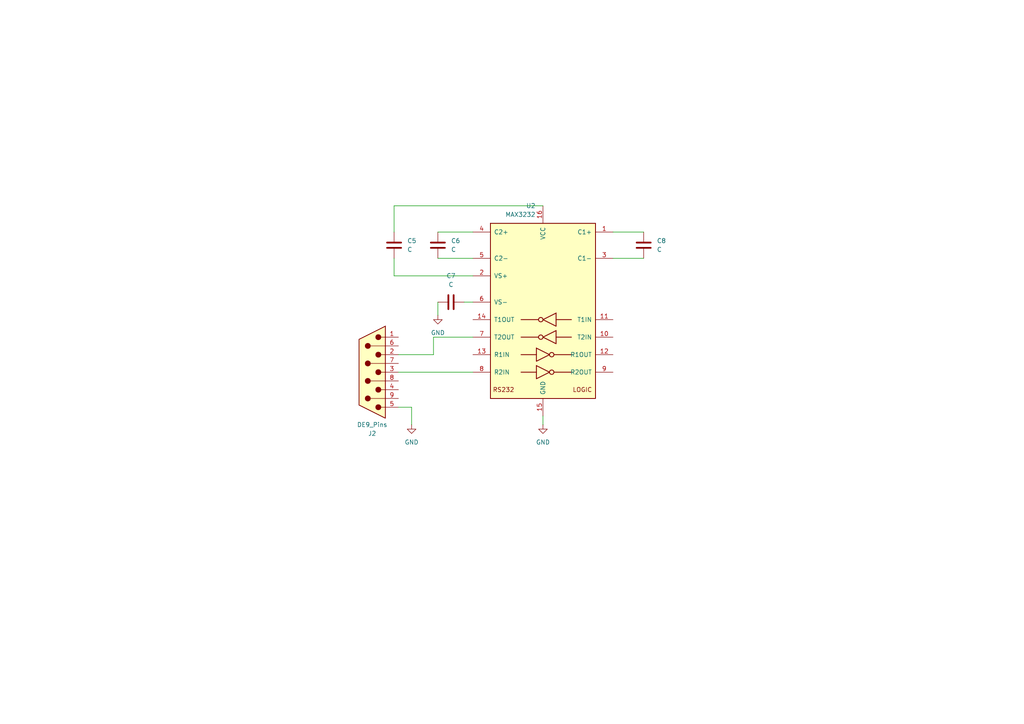
<source format=kicad_sch>
(kicad_sch (version 20250114) (generator "eeschema") (generator_version "9.0")
  (paper "A4")
  (lib_symbols
    (symbol "Connector:DE9_Pins" (pin_names (offset 1.016) (hide yes))
      (property "Reference" "J" (at 0 13.97 0))
      (property "Value" "DE9_Pins" (at 0 -14.605 0))
      (symbol "DE9_Pins_0_1"
        (polyline (pts (xy -3.81 10.16) (xy -2.54 10.16)))
        (polyline (pts (xy -3.81 7.62) (xy 0.508 7.62)))
        (polyline (pts (xy -3.81 5.08) (xy -2.54 5.08)))
        (polyline (pts (xy -3.81 2.54) (xy 0.508 2.54)))
        (polyline (pts (xy -3.81 0) (xy -2.54 0)))
        (polyline (pts (xy -3.81 -2.54) (xy 0.508 -2.54)))
        (polyline (pts (xy -3.81 -5.08) (xy -2.54 -5.08)))
        (polyline (pts (xy -3.81 -7.62) (xy 0.508 -7.62)))
        (polyline (pts (xy -3.81 -10.16) (xy -2.54 -10.16)))
        (polyline (pts (xy -3.81 -13.335) (xy -3.81 13.335) (xy 3.81 9.525) (xy 3.81 -9.525) (xy -3.81 -13.335)) (stroke (width 0.254)) (fill (type background)))
        (circle (center -1.778 10.16) (radius 0.762) (fill (type outline)))
        (circle (center -1.778 5.08) (radius 0.762) (fill (type outline)))
        (circle (center -1.778 0) (radius 0.762) (fill (type outline)))
        (circle (center -1.778 -5.08) (radius 0.762) (fill (type outline)))
        (circle (center -1.778 -10.16) (radius 0.762) (fill (type outline)))
        (circle (center 1.27 7.62) (radius 0.762) (fill (type outline)))
        (circle (center 1.27 2.54) (radius 0.762) (fill (type outline)))
        (circle (center 1.27 -2.54) (radius 0.762) (fill (type outline)))
        (circle (center 1.27 -7.62) (radius 0.762) (fill (type outline)))
      )
      (symbol "DE9_Pins_1_1"
        (pin passive line (at -7.62 10.16 0) (length 3.81) (name "5") (number "5"))
        (pin passive line (at -7.62 7.62 0) (length 3.81) (name "9") (number "9"))
        (pin passive line (at -7.62 5.08 0) (length 3.81) (name "4") (number "4"))
        (pin passive line (at -7.62 2.54 0) (length 3.81) (name "8") (number "8"))
        (pin passive line (at -7.62 0 0) (length 3.81) (name "3") (number "3"))
        (pin passive line (at -7.62 -2.54 0) (length 3.81) (name "7") (number "7"))
        (pin passive line (at -7.62 -5.08 0) (length 3.81) (name "2") (number "2"))
        (pin passive line (at -7.62 -7.62 0) (length 3.81) (name "6") (number "6"))
        (pin passive line (at -7.62 -10.16 0) (length 3.81) (name "1") (number "1"))
      )
    )
    (symbol "Device:C" (pin_numbers (hide yes)) (pin_names (offset 0.254))
      (property "Reference" "C" (at 0.635 2.54 0))
      (property "Value" "C" (at 0.635 -2.54 0))
      (symbol "C_0_1"
        (polyline (pts (xy -2.032 0.762) (xy 2.032 0.762)) (stroke (width 0.508)))
        (polyline (pts (xy -2.032 -0.762) (xy 2.032 -0.762)) (stroke (width 0.508)))
      )
      (symbol "C_1_1"
        (pin passive line (at 0 3.81 270) (length 2.794) (name "~") (number "1"))
        (pin passive line (at 0 -3.81 90) (length 2.794) (name "~") (number "2"))
      )
    )
    (symbol "Interface_UART:MAX3232" (pin_names (offset 1.016))
      (property "Reference" "U" (at -2.54 28.575 0))
      (property "Value" "MAX3232" (at -2.54 26.67 0))
      (symbol "MAX3232_0_0"
        (text "LOGIC" (at -11.43 -22.86 0) (effects (font (size 1.27 1.27))))
        (text "RS232" (at 11.43 -22.86 0) (effects (font (size 1.27 1.27))))
      )
      (symbol "MAX3232_0_1"
        (rectangle (start -15.24 -25.4) (end 15.24 25.4) (stroke (width 0.254)) (fill (type background)))
        (polyline (pts (xy -3.81 -0.635) (xy -3.81 -4.445) (xy 0 -2.54) (xy -3.81 -0.635)) (stroke (width 0.254)))
        (polyline (pts (xy -3.81 -2.54) (xy -8.255 -2.54)) (stroke (width 0.254)))
        (polyline (pts (xy -3.81 -5.715) (xy -3.81 -9.525) (xy 0 -7.62) (xy -3.81 -5.715)) (stroke (width 0.254)))
        (polyline (pts (xy -3.81 -7.62) (xy -8.255 -7.62)) (stroke (width 0.254)))
        (polyline (pts (xy -3.175 -12.7) (xy -8.255 -12.7)) (stroke (width 0.254)))
        (polyline (pts (xy -3.175 -17.78) (xy -8.255 -17.78)) (stroke (width 0.254)))
        (circle (center -2.54 -12.7) (radius 0.635) (stroke (width 0.254)))
        (circle (center -2.54 -17.78) (radius 0.635) (stroke (width 0.254)))
        (circle (center 0.635 -2.54) (radius 0.635) (stroke (width 0.254)))
        (circle (center 0.635 -7.62) (radius 0.635) (stroke (width 0.254)))
        (polyline (pts (xy 1.27 -2.54) (xy 6.35 -2.54)) (stroke (width 0.254)))
        (polyline (pts (xy 1.27 -7.62) (xy 6.35 -7.62)) (stroke (width 0.254)))
        (polyline (pts (xy 1.905 -10.795) (xy 1.905 -14.605) (xy -1.905 -12.7) (xy 1.905 -10.795)) (stroke (width 0.254)))
        (polyline (pts (xy 1.905 -12.7) (xy 6.35 -12.7)) (stroke (width 0.254)))
        (polyline (pts (xy 1.905 -15.875) (xy 1.905 -19.685) (xy -1.905 -17.78) (xy 1.905 -15.875)) (stroke (width 0.254)))
        (polyline (pts (xy 1.905 -17.78) (xy 6.35 -17.78)) (stroke (width 0.254)))
      )
      (symbol "MAX3232_1_1"
        (pin passive line (at -20.32 22.86 0) (length 5.08) (name "C1+") (number "1"))
        (pin passive line (at -20.32 15.24 0) (length 5.08) (name "C1-") (number "3"))
        (pin input line (at -20.32 -2.54 0) (length 5.08) (name "T1IN") (number "11"))
        (pin input line (at -20.32 -7.62 0) (length 5.08) (name "T2IN") (number "10"))
        (pin output line (at -20.32 -12.7 0) (length 5.08) (name "R1OUT") (number "12"))
        (pin output line (at -20.32 -17.78 0) (length 5.08) (name "R2OUT") (number "9"))
        (pin power_in line (at 0 30.48 270) (length 5.08) (name "VCC") (number "16"))
        (pin power_in line (at 0 -30.48 90) (length 5.08) (name "GND") (number "15"))
        (pin passive line (at 20.32 22.86 180) (length 5.08) (name "C2+") (number "4"))
        (pin passive line (at 20.32 15.24 180) (length 5.08) (name "C2-") (number "5"))
        (pin power_out line (at 20.32 10.16 180) (length 5.08) (name "VS+") (number "2"))
        (pin power_out line (at 20.32 2.54 180) (length 5.08) (name "VS-") (number "6"))
        (pin output line (at 20.32 -2.54 180) (length 5.08) (name "T1OUT") (number "14"))
        (pin output line (at 20.32 -7.62 180) (length 5.08) (name "T2OUT") (number "7"))
        (pin input line (at 20.32 -12.7 180) (length 5.08) (name "R1IN") (number "13"))
        (pin input line (at 20.32 -17.78 180) (length 5.08) (name "R2IN") (number "8"))
      )
    )
    (symbol "power:GND" (power) (pin_numbers (hide yes)) (pin_names (offset 0) (hide yes))
      (property "Value" "GND" (at 0 -3.81 0))
      (symbol "GND_0_1"
        (polyline (pts (xy 0 0) (xy 0 -1.27) (xy 1.27 -1.27) (xy 0 -2.54) (xy -1.27 -1.27) (xy 0 -1.27)))
      )
      (symbol "GND_1_1"
        (pin power_in line (at 0 0 270) (length 0) (name "~") (number "1"))
      )
    )
  )
  (wire (pts (xy 177.8 74.93) (xy 186.69 74.93)))
  (wire (pts (xy 114.3 80.01) (xy 137.16 80.01)))
  (wire (pts (xy 114.3 59.69) (xy 157.48 59.69)))
  (wire (pts (xy 127 67.31) (xy 137.16 67.31)))
  (wire (pts (xy 114.3 74.93) (xy 114.3 80.01)))
  (wire (pts (xy 177.8 67.31) (xy 186.69 67.31)))
  (wire (pts (xy 127 87.63) (xy 127 91.44)))
  (wire (pts (xy 119.38 118.11) (xy 119.38 123.19)))
  (wire (pts (xy 127 74.93) (xy 137.16 74.93)))
  (wire (pts (xy 125.73 102.87) (xy 125.73 97.79)))
  (wire (pts (xy 115.57 107.95) (xy 137.16 107.95)))
  (wire (pts (xy 115.57 118.11) (xy 119.38 118.11)))
  (wire (pts (xy 134.62 87.63) (xy 137.16 87.63)))
  (wire (pts (xy 114.3 67.31) (xy 114.3 59.69)))
  (wire (pts (xy 157.48 120.65) (xy 157.48 123.19)))
  (wire (pts (xy 115.57 102.87) (xy 125.73 102.87)))
  (wire (pts (xy 125.73 97.79) (xy 137.16 97.79)))
  (symbol (lib_id "Device:C") (at 130.81 87.63 90) (unit 1)
    (property "Reference" "C7" (at 130.81 80.01 90))
    (property "Value" "C" (at 130.81 82.55 90))
    (property "Description" "Unpolarized capacitor" (effects (hide yes)))
  )
  (symbol (lib_id "Interface_UART:MAX3232") (at 157.48 90.17 0) (mirror y) (unit 1)
    (property "Reference" "U2" (at 155.3367 59.69 0) (effects (justify left)))
    (property "Value" "MAX3232" (at 155.3367 62.23 0) (effects (justify left)))
    (property "Datasheet" "https://datasheets.maximintegrated.com/en/ds/MAX3222-MAX3241.pdf" (effects (hide yes)))
    (property "Description" "3.0V to 5.5V, Low-Power, up to 1Mbps, True RS-232 Transceivers Using Four 0.1μF External Capacitors" (effects (hide yes)))
  )
  (symbol (lib_id "Device:C") (at 186.69 71.12 0) (unit 1)
    (property "Reference" "C8" (at 190.5 69.8499 0) (effects (justify left)))
    (property "Value" "C" (at 190.5 72.3899 0) (effects (justify left)))
    (property "Description" "Unpolarized capacitor" (effects (hide yes)))
  )
  (symbol (lib_id "Device:C") (at 127 71.12 0) (unit 1)
    (property "Reference" "C6" (at 130.81 69.8499 0) (effects (justify left)))
    (property "Value" "C" (at 130.81 72.3899 0) (effects (justify left)))
    (property "Description" "Unpolarized capacitor" (effects (hide yes)))
  )
  (symbol (lib_id "power:GND") (at 157.48 123.19 0) (unit 1)
    (property "Reference" "#PWR07" (effects (hide yes)))
    (property "Value" "GND" (at 157.48 128.27 0))
    (property "Description" "Power symbol creates a global label with name \"GND\" , ground" (effects (hide yes)))
  )
  (symbol (lib_id "Connector:DE9_Pins") (at 107.95 107.95 180) (unit 1)
    (property "Reference" "J2" (at 107.95 125.73 0))
    (property "Value" "DE9_Pins" (at 107.95 123.19 0))
    (property "Description" "9-pin D-SUB connector, pins (male)" (effects (hide yes)))
  )
  (symbol (lib_id "power:GND") (at 127 91.44 0) (unit 1)
    (property "Reference" "#PWR06" (effects (hide yes)))
    (property "Value" "GND" (at 127 96.52 0))
    (property "Description" "Power symbol creates a global label with name \"GND\" , ground" (effects (hide yes)))
  )
  (symbol (lib_id "power:GND") (at 119.38 123.19 0) (unit 1)
    (property "Reference" "#PWR05" (effects (hide yes)))
    (property "Value" "GND" (at 119.38 128.27 0))
    (property "Description" "Power symbol creates a global label with name \"GND\" , ground" (effects (hide yes)))
  )
  (symbol (lib_id "Device:C") (at 114.3 71.12 0) (unit 1)
    (property "Reference" "C5" (at 118.11 69.8499 0) (effects (justify left)))
    (property "Value" "C" (at 118.11 72.3899 0) (effects (justify left)))
    (property "Description" "Unpolarized capacitor" (effects (hide yes)))
  )
)
</source>
